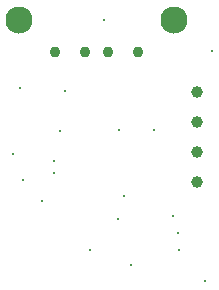
<source format=gbr>
%TF.GenerationSoftware,KiCad,Pcbnew,7.0.9*%
%TF.CreationDate,2024-03-27T20:05:16+00:00*%
%TF.ProjectId,USBHIDAdapter,55534248-4944-4416-9461-707465722e6b,rev?*%
%TF.SameCoordinates,Original*%
%TF.FileFunction,Plated,1,2,PTH,Drill*%
%TF.FilePolarity,Positive*%
%FSLAX46Y46*%
G04 Gerber Fmt 4.6, Leading zero omitted, Abs format (unit mm)*
G04 Created by KiCad (PCBNEW 7.0.9) date 2024-03-27 20:05:16*
%MOMM*%
%LPD*%
G01*
G04 APERTURE LIST*
%TA.AperFunction,ViaDrill*%
%ADD10C,0.300000*%
%TD*%
%TA.AperFunction,ComponentDrill*%
%ADD11C,0.920000*%
%TD*%
%TA.AperFunction,ComponentDrill*%
%ADD12C,1.000000*%
%TD*%
%TA.AperFunction,ComponentDrill*%
%ADD13C,2.300000*%
%TD*%
G04 APERTURE END LIST*
D10*
X123113800Y-89916000D03*
X123748800Y-84328000D03*
X123926600Y-92100400D03*
X125603000Y-93853000D03*
X126550218Y-91506221D03*
X126586051Y-90531667D03*
X127127000Y-87934800D03*
X127508000Y-84607400D03*
X129616200Y-98018600D03*
X130810000Y-78562200D03*
X132029200Y-95377000D03*
X132105400Y-87909400D03*
X132486400Y-93421200D03*
X133108229Y-99331898D03*
X135077200Y-87909400D03*
X136677400Y-95123000D03*
X137071500Y-96621600D03*
X137134600Y-98069400D03*
X139369800Y-100685600D03*
X139954000Y-81153000D03*
D11*
%TO.C,J3*%
X126675000Y-81267100D03*
X129175000Y-81267100D03*
X131175000Y-81267100D03*
X133675000Y-81267100D03*
D12*
%TO.C,J2*%
X138684000Y-84668200D03*
X138684000Y-87208200D03*
X138684000Y-89748200D03*
X138684000Y-92288200D03*
D13*
%TO.C,J3*%
X123605000Y-78557100D03*
X136745000Y-78557100D03*
M02*

</source>
